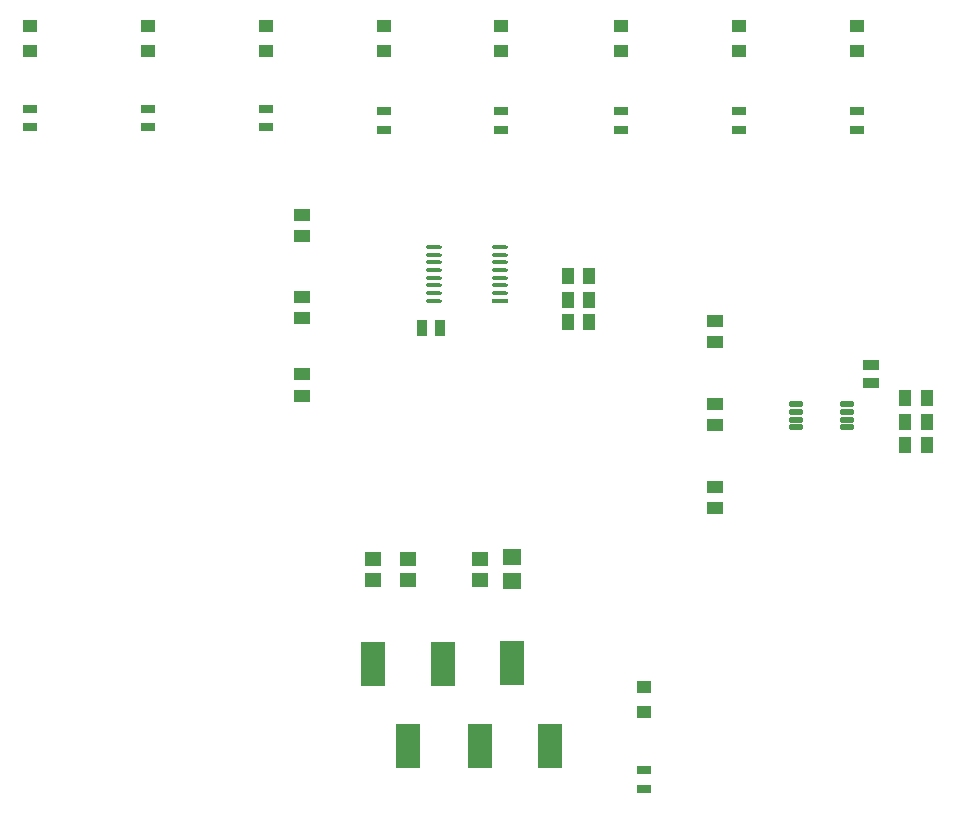
<source format=gtp>
G04*
G04 #@! TF.GenerationSoftware,Altium Limited,Altium Designer,23.7.1 (13)*
G04*
G04 Layer_Color=8421504*
%FSLAX44Y44*%
%MOMM*%
G71*
G04*
G04 #@! TF.SameCoordinates,778E7F24-0D39-4E9A-B56D-B03573EA8545*
G04*
G04*
G04 #@! TF.FilePolarity,Positive*
G04*
G01*
G75*
G04:AMPARAMS|DCode=16|XSize=1.3554mm|YSize=0.3408mm|CornerRadius=0.1704mm|HoleSize=0mm|Usage=FLASHONLY|Rotation=180.000|XOffset=0mm|YOffset=0mm|HoleType=Round|Shape=RoundedRectangle|*
%AMROUNDEDRECTD16*
21,1,1.3554,0.0000,0,0,180.0*
21,1,1.0147,0.3408,0,0,180.0*
1,1,0.3408,-0.5073,0.0000*
1,1,0.3408,0.5073,0.0000*
1,1,0.3408,0.5073,0.0000*
1,1,0.3408,-0.5073,0.0000*
%
%ADD16ROUNDEDRECTD16*%
%ADD17R,1.3554X0.3408*%
%ADD18R,1.0000X1.3500*%
%ADD19R,1.5000X1.4000*%
%ADD20R,1.4500X1.1500*%
%ADD21R,2.0300X3.8000*%
%ADD22R,0.9500X1.3500*%
%ADD23R,1.3500X1.0000*%
%ADD24R,1.2000X1.1000*%
%ADD25R,1.2500X0.8000*%
G04:AMPARAMS|DCode=26|XSize=0.45mm|YSize=1.15mm|CornerRadius=0.0495mm|HoleSize=0mm|Usage=FLASHONLY|Rotation=90.000|XOffset=0mm|YOffset=0mm|HoleType=Round|Shape=RoundedRectangle|*
%AMROUNDEDRECTD26*
21,1,0.4500,1.0510,0,0,90.0*
21,1,0.3510,1.1500,0,0,90.0*
1,1,0.0990,0.5255,0.1755*
1,1,0.0990,0.5255,-0.1755*
1,1,0.0990,-0.5255,-0.1755*
1,1,0.0990,-0.5255,0.1755*
%
%ADD26ROUNDEDRECTD26*%
%ADD27R,1.3500X0.9500*%
D16*
X472246Y597250D02*
D03*
Y603750D02*
D03*
Y610250D02*
D03*
Y616750D02*
D03*
Y623250D02*
D03*
Y629750D02*
D03*
Y636250D02*
D03*
Y642750D02*
D03*
X527754D02*
D03*
Y636250D02*
D03*
Y629750D02*
D03*
Y623250D02*
D03*
Y616750D02*
D03*
Y610250D02*
D03*
Y603750D02*
D03*
D17*
Y597250D02*
D03*
D18*
X585482Y579613D02*
D03*
X603482D02*
D03*
Y618162D02*
D03*
X585482D02*
D03*
X603482Y598369D02*
D03*
X585482D02*
D03*
X871000Y495060D02*
D03*
X889000D02*
D03*
Y475000D02*
D03*
X871000D02*
D03*
X889000Y515004D02*
D03*
X871000D02*
D03*
D19*
X537804Y380000D02*
D03*
Y360000D02*
D03*
D20*
X510600Y378750D02*
D03*
Y361250D02*
D03*
X450000Y378750D02*
D03*
Y361250D02*
D03*
X420000Y378750D02*
D03*
Y361250D02*
D03*
D21*
X569894Y220000D02*
D03*
X510600D02*
D03*
X538214Y291000D02*
D03*
X479520Y290000D02*
D03*
X450000Y220000D02*
D03*
X420000Y290000D02*
D03*
D22*
X462168Y574239D02*
D03*
X477168D02*
D03*
D23*
X710000Y562000D02*
D03*
Y580000D02*
D03*
X360000Y670000D02*
D03*
Y652000D02*
D03*
Y600369D02*
D03*
Y582369D02*
D03*
Y535000D02*
D03*
Y517000D02*
D03*
X710000Y440000D02*
D03*
Y422000D02*
D03*
Y510000D02*
D03*
Y492000D02*
D03*
D24*
X830000Y809000D02*
D03*
Y830000D02*
D03*
X730000Y809000D02*
D03*
Y830000D02*
D03*
X630000Y809000D02*
D03*
Y830000D02*
D03*
X529000Y809000D02*
D03*
Y830000D02*
D03*
X430000Y809000D02*
D03*
Y830000D02*
D03*
X330000Y809000D02*
D03*
Y830000D02*
D03*
X230000Y809000D02*
D03*
Y830000D02*
D03*
X130000Y809000D02*
D03*
Y830000D02*
D03*
X650000Y249000D02*
D03*
Y270000D02*
D03*
D25*
X830000Y758000D02*
D03*
Y742000D02*
D03*
X730000Y758000D02*
D03*
Y742000D02*
D03*
X630000Y758000D02*
D03*
Y742000D02*
D03*
X529000Y758000D02*
D03*
Y742000D02*
D03*
X430000Y758000D02*
D03*
Y742000D02*
D03*
X330000Y760000D02*
D03*
Y744000D02*
D03*
X230000Y760000D02*
D03*
Y744000D02*
D03*
X130000Y760000D02*
D03*
Y744000D02*
D03*
X650000Y200000D02*
D03*
Y184000D02*
D03*
D26*
X778750Y509750D02*
D03*
Y503250D02*
D03*
Y496750D02*
D03*
Y490250D02*
D03*
X821250Y509750D02*
D03*
Y503250D02*
D03*
Y496750D02*
D03*
Y490250D02*
D03*
D27*
X842283Y542500D02*
D03*
Y527500D02*
D03*
M02*

</source>
